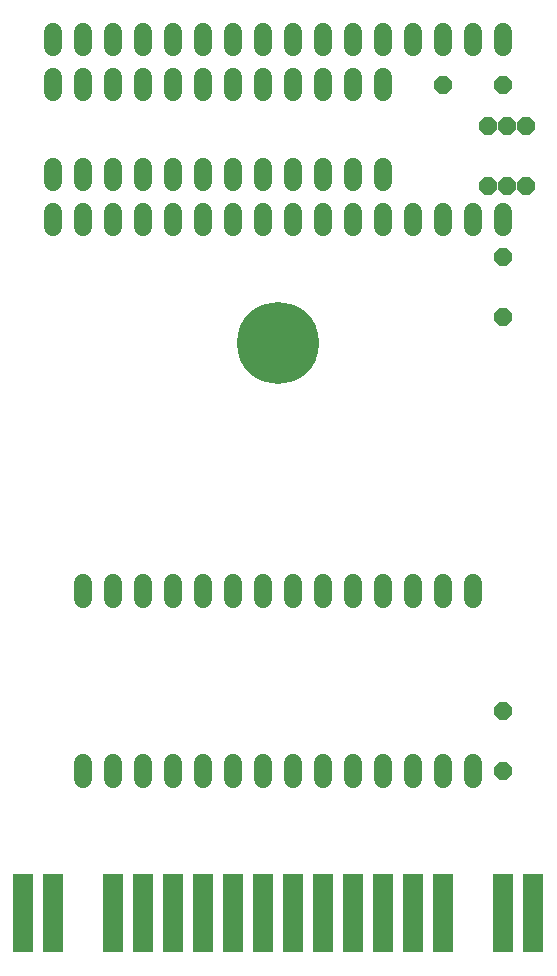
<source format=gts>
G75*
%MOIN*%
%OFA0B0*%
%FSLAX24Y24*%
%IPPOS*%
%LPD*%
%AMOC8*
5,1,8,0,0,1.08239X$1,22.5*
%
%ADD10C,0.2730*%
%ADD11R,0.0680X0.2630*%
%ADD12C,0.0600*%
%ADD13OC8,0.0600*%
D10*
X009430Y022800D03*
D11*
X000930Y003800D03*
X001930Y003800D03*
X003930Y003800D03*
X004930Y003800D03*
X005930Y003800D03*
X006930Y003800D03*
X007930Y003800D03*
X008930Y003800D03*
X009930Y003800D03*
X010930Y003800D03*
X011930Y003800D03*
X012930Y003800D03*
X013930Y003800D03*
X014930Y003800D03*
X016930Y003800D03*
X017930Y003800D03*
D12*
X015930Y008290D02*
X015930Y008810D01*
X014930Y008810D02*
X014930Y008290D01*
X013930Y008290D02*
X013930Y008810D01*
X012930Y008810D02*
X012930Y008290D01*
X011930Y008290D02*
X011930Y008810D01*
X010930Y008810D02*
X010930Y008290D01*
X009930Y008290D02*
X009930Y008810D01*
X008930Y008810D02*
X008930Y008290D01*
X007930Y008290D02*
X007930Y008810D01*
X006930Y008810D02*
X006930Y008290D01*
X005930Y008290D02*
X005930Y008810D01*
X004930Y008810D02*
X004930Y008290D01*
X003930Y008290D02*
X003930Y008810D01*
X002930Y008810D02*
X002930Y008290D01*
X002930Y014290D02*
X002930Y014810D01*
X003930Y014810D02*
X003930Y014290D01*
X004930Y014290D02*
X004930Y014810D01*
X005930Y014810D02*
X005930Y014290D01*
X006930Y014290D02*
X006930Y014810D01*
X007930Y014810D02*
X007930Y014290D01*
X008930Y014290D02*
X008930Y014810D01*
X009930Y014810D02*
X009930Y014290D01*
X010930Y014290D02*
X010930Y014810D01*
X011930Y014810D02*
X011930Y014290D01*
X012930Y014290D02*
X012930Y014810D01*
X013930Y014810D02*
X013930Y014290D01*
X014930Y014290D02*
X014930Y014810D01*
X015930Y014810D02*
X015930Y014290D01*
X015930Y026665D02*
X015930Y027185D01*
X014930Y027185D02*
X014930Y026665D01*
X013930Y026665D02*
X013930Y027185D01*
X012930Y027185D02*
X012930Y026665D01*
X012930Y028165D02*
X012930Y028685D01*
X011930Y028685D02*
X011930Y028165D01*
X011930Y027185D02*
X011930Y026665D01*
X010930Y026665D02*
X010930Y027185D01*
X010930Y028165D02*
X010930Y028685D01*
X009930Y028685D02*
X009930Y028165D01*
X009930Y027185D02*
X009930Y026665D01*
X008930Y026665D02*
X008930Y027185D01*
X008930Y028165D02*
X008930Y028685D01*
X007930Y028685D02*
X007930Y028165D01*
X007930Y027185D02*
X007930Y026665D01*
X006930Y026665D02*
X006930Y027185D01*
X006930Y028165D02*
X006930Y028685D01*
X005930Y028685D02*
X005930Y028165D01*
X005930Y027185D02*
X005930Y026665D01*
X004930Y026665D02*
X004930Y027185D01*
X004930Y028165D02*
X004930Y028685D01*
X003930Y028685D02*
X003930Y028165D01*
X003930Y027185D02*
X003930Y026665D01*
X002930Y026665D02*
X002930Y027185D01*
X002930Y028165D02*
X002930Y028685D01*
X001930Y028685D02*
X001930Y028165D01*
X001930Y027185D02*
X001930Y026665D01*
X001930Y031165D02*
X001930Y031685D01*
X001930Y032665D02*
X001930Y033185D01*
X002930Y033185D02*
X002930Y032665D01*
X002930Y031685D02*
X002930Y031165D01*
X003930Y031165D02*
X003930Y031685D01*
X003930Y032665D02*
X003930Y033185D01*
X004930Y033185D02*
X004930Y032665D01*
X004930Y031685D02*
X004930Y031165D01*
X005930Y031165D02*
X005930Y031685D01*
X005930Y032665D02*
X005930Y033185D01*
X006930Y033185D02*
X006930Y032665D01*
X006930Y031685D02*
X006930Y031165D01*
X007930Y031165D02*
X007930Y031685D01*
X007930Y032665D02*
X007930Y033185D01*
X008930Y033185D02*
X008930Y032665D01*
X008930Y031685D02*
X008930Y031165D01*
X009930Y031165D02*
X009930Y031685D01*
X009930Y032665D02*
X009930Y033185D01*
X010930Y033185D02*
X010930Y032665D01*
X010930Y031685D02*
X010930Y031165D01*
X011930Y031165D02*
X011930Y031685D01*
X011930Y032665D02*
X011930Y033185D01*
X012930Y033185D02*
X012930Y032665D01*
X012930Y031685D02*
X012930Y031165D01*
X013930Y032665D02*
X013930Y033185D01*
X014930Y033185D02*
X014930Y032665D01*
X015930Y032665D02*
X015930Y033185D01*
X016930Y033185D02*
X016930Y032665D01*
X016930Y027185D02*
X016930Y026665D01*
D13*
X016930Y025675D03*
X016930Y023675D03*
X017055Y028050D03*
X016430Y028050D03*
X016430Y030050D03*
X017055Y030050D03*
X017680Y030050D03*
X016930Y031425D03*
X017680Y028050D03*
X014930Y031425D03*
X016930Y010550D03*
X016930Y008550D03*
M02*

</source>
